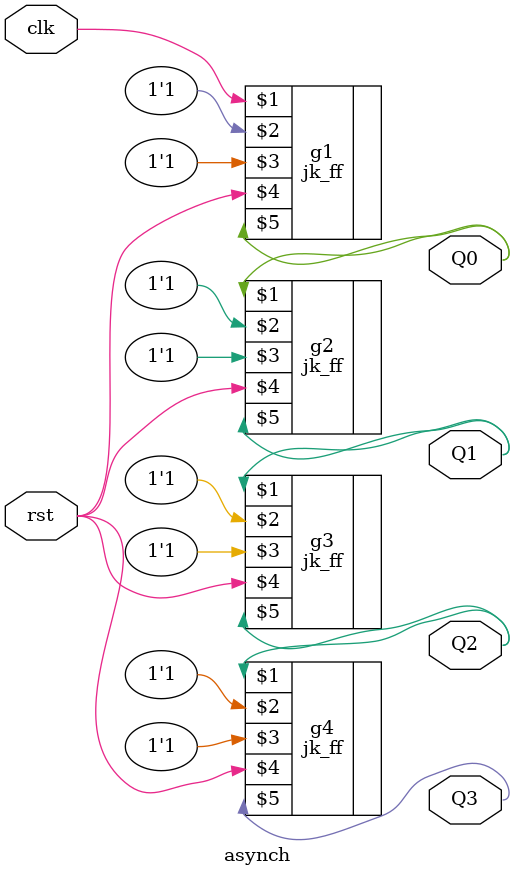
<source format=v>
`timescale 1ns / 1ps

//creating module named asynch
module asynch(
input clk,rst,//declaration of inputs
  output Q0,Q1,Q2,Q3);//declaratiion of outputs
  jk_ff g1(clk,1'b1,1'b1,rst,Q0);//calling or instantiating jk flip flop
jk_ff g2(Q0,1'b1,1'b1,rst,Q1);
jk_ff g3(Q1,1'b1,1'b1,rst,Q2);
jk_ff g4(Q2,1'b1,1'b1,rst,Q3);
endmodule

</source>
